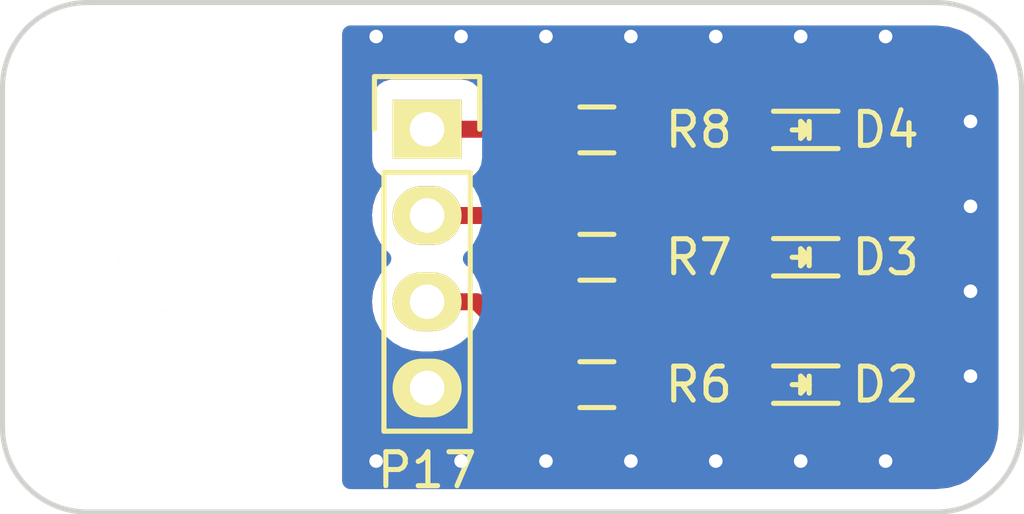
<source format=kicad_pcb>
(kicad_pcb (version 4) (host pcbnew 4.0.1-stable)

  (general
    (links 157)
    (no_connects 2)
    (area 108.924999 39.924999 139.075001 55.075001)
    (thickness 1.6)
    (drawings 8)
    (tracks 47)
    (zones 0)
    (modules 8)
    (nets 8)
  )

  (page A4)
  (layers
    (0 F.Cu signal)
    (31 B.Cu signal)
    (32 B.Adhes user)
    (33 F.Adhes user)
    (34 B.Paste user)
    (35 F.Paste user)
    (36 B.SilkS user)
    (37 F.SilkS user)
    (38 B.Mask user)
    (39 F.Mask user)
    (40 Dwgs.User user)
    (41 Cmts.User user)
    (42 Eco1.User user)
    (43 Eco2.User user)
    (44 Edge.Cuts user)
    (45 Margin user)
    (46 B.CrtYd user)
    (47 F.CrtYd user)
    (48 B.Fab user)
    (49 F.Fab user)
  )

  (setup
    (last_trace_width 0.25)
    (user_trace_width 1)
    (trace_clearance 0.2)
    (zone_clearance 0.6)
    (zone_45_only no)
    (trace_min 0.2)
    (segment_width 0.2)
    (edge_width 0.15)
    (via_size 0.6)
    (via_drill 0.4)
    (via_min_size 0.4)
    (via_min_drill 0.3)
    (uvia_size 0.3)
    (uvia_drill 0.1)
    (uvias_allowed no)
    (uvia_min_size 0.2)
    (uvia_min_drill 0.1)
    (pcb_text_width 0.3)
    (pcb_text_size 1.5 1.5)
    (mod_edge_width 0.15)
    (mod_text_size 1 1)
    (mod_text_width 0.15)
    (pad_size 0.70104 2.5019)
    (pad_drill 0)
    (pad_to_mask_clearance 0.2)
    (aux_axis_origin 109 55)
    (grid_origin 109 55)
    (visible_elements 7FFFFFFF)
    (pcbplotparams
      (layerselection 0x010f0_80000001)
      (usegerberextensions true)
      (excludeedgelayer true)
      (linewidth 0.100000)
      (plotframeref false)
      (viasonmask false)
      (mode 1)
      (useauxorigin true)
      (hpglpennumber 1)
      (hpglpenspeed 20)
      (hpglpendiameter 15)
      (hpglpenoverlay 2)
      (psnegative false)
      (psa4output false)
      (plotreference false)
      (plotvalue false)
      (plotinvisibletext false)
      (padsonsilk false)
      (subtractmaskfromsilk false)
      (outputformat 1)
      (mirror false)
      (drillshape 0)
      (scaleselection 1)
      (outputdirectory Gerber_LEDBoard))
  )

  (net 0 "")
  (net 1 "Net-(D2-Pad2)")
  (net 2 "Net-(D2-Pad1)")
  (net 3 "Net-(D3-Pad2)")
  (net 4 "Net-(D4-Pad2)")
  (net 5 "Net-(P17-Pad1)")
  (net 6 "Net-(P17-Pad2)")
  (net 7 "Net-(P17-Pad3)")

  (net_class Default "これは標準のネット クラスです。"
    (clearance 0.2)
    (trace_width 0.25)
    (via_dia 0.6)
    (via_drill 0.4)
    (uvia_dia 0.3)
    (uvia_drill 0.1)
    (add_net +3V3)
    (add_net +5V)
    (add_net /Buzzar)
    (add_net /CS0)
    (add_net /CS1)
    (add_net /HEATERDRIVER2/AC_COMMON)
    (add_net /HEATERDRIVER2/GND_LOGIC)
    (add_net /HEATERDRIVER2/HEATER)
    (add_net /HEATERDRIVER2/SSR_CTRL)
    (add_net /HEATERDRIVER2/VDD_LOGIC)
    (add_net /HEATERDRIVER2/ZC_OUT_A)
    (add_net /HEATERDRIVER2/ZC_OUT_B)
    (add_net /LedBlue)
    (add_net /LedGreen)
    (add_net /LedRed)
    (add_net /MISO)
    (add_net /SCK)
    (add_net /SSRCtrl0)
    (add_net /SSRCtrl1)
    (add_net /ZeroCross0)
    (add_net /ZeroCross1)
    (add_net GND)
    (add_net "Net-(CON1-Pad1)")
    (add_net "Net-(CON1-Pad3)")
    (add_net "Net-(D1-Pad1)")
    (add_net "Net-(D2-Pad1)")
    (add_net "Net-(D2-Pad2)")
    (add_net "Net-(D3-Pad2)")
    (add_net "Net-(D4-Pad2)")
    (add_net "Net-(D6-Pad1)")
    (add_net "Net-(D6-Pad2)")
    (add_net "Net-(F2-Pad1)")
    (add_net "Net-(F2-Pad2)")
    (add_net "Net-(P1-Pad1)")
    (add_net "Net-(P1-Pad3)")
    (add_net "Net-(P1-Pad4)")
    (add_net "Net-(P1-Pad5)")
    (add_net "Net-(P12-Pad2)")
    (add_net "Net-(P17-Pad1)")
    (add_net "Net-(P17-Pad2)")
    (add_net "Net-(P17-Pad3)")
    (add_net "Net-(P2-Pad1)")
    (add_net "Net-(P2-Pad2)")
    (add_net "Net-(P2-Pad3)")
    (add_net "Net-(P2-Pad4)")
    (add_net "Net-(P2-Pad5)")
    (add_net "Net-(P2-Pad6)")
    (add_net "Net-(P2-Pad7)")
    (add_net "Net-(P22-Pad1)")
    (add_net "Net-(P3-Pad1)")
    (add_net "Net-(P3-Pad2)")
    (add_net "Net-(P4-Pad1)")
    (add_net "Net-(P4-Pad2)")
    (add_net "Net-(P4-Pad3)")
    (add_net "Net-(P4-Pad4)")
    (add_net "Net-(P4-Pad5)")
    (add_net "Net-(P4-Pad6)")
    (add_net "Net-(P4-Pad7)")
    (add_net "Net-(P4-Pad8)")
    (add_net "Net-(P5-Pad1)")
    (add_net "Net-(P5-Pad2)")
    (add_net "Net-(P6-Pad+)")
    (add_net "Net-(P6-Pad-)")
    (add_net "Net-(P7-Pad+)")
    (add_net "Net-(P7-Pad-)")
    (add_net "Net-(P8-Pad4)")
    (add_net "Net-(P9-Pad4)")
    (add_net "Net-(Q1-Pad1)")
    (add_net "Net-(Q3-Pad1)")
    (add_net "Net-(R1-Pad2)")
    (add_net "Net-(R21-Pad2)")
    (add_net "Net-(R22-Pad2)")
    (add_net "Net-(U1-Pad0.4)")
    (add_net "Net-(U1-Pad0.5)")
    (add_net "Net-(U1-Pad1.4)")
    (add_net "Net-(U1-PadVDDA)")
    (add_net "Net-(U1-PadVREF)")
    (add_net "Net-(U2-Pad8)")
    (add_net "Net-(U3-Pad8)")
    (add_net "Net-(U4-Pad3)")
  )

  (module Mounting_Holes:MountingHole_3.2mm_M3 (layer F.Cu) (tedit 57A61006) (tstamp 57A8B38D)
    (at 114 47.5 90)
    (descr "Mounting Hole 3.2mm, no annular, M3")
    (tags "mounting hole 3.2mm no annular m3")
    (fp_text reference REF** (at 0 0 90) (layer F.SilkS) hide
      (effects (font (size 1 1) (thickness 0.15)))
    )
    (fp_text value MountingHole_3.2mm_M3 (at 0 0 90) (layer F.Fab) hide
      (effects (font (size 1 1) (thickness 0.15)))
    )
    (fp_circle (center 0 0) (end 3.2 0) (layer Cmts.User) (width 0.15))
    (fp_circle (center 0 0) (end 3.45 0) (layer F.CrtYd) (width 0.05))
    (pad 1 np_thru_hole circle (at 0 0 90) (size 3.2 3.2) (drill 3.2) (layers *.Cu *.Mask F.SilkS))
  )

  (module LEDs:LED_0603 (layer F.Cu) (tedit 55BDE255) (tstamp 579F6FD1)
    (at 132.5 51.25 180)
    (descr "LED 0603 smd package")
    (tags "LED led 0603 SMD smd SMT smt smdled SMDLED smtled SMTLED")
    (path /56C12D24)
    (attr smd)
    (fp_text reference D2 (at -2.5 0 180) (layer F.SilkS)
      (effects (font (size 1 1) (thickness 0.15)))
    )
    (fp_text value BLUE (at 0 0 180) (layer F.Fab)
      (effects (font (size 1 1) (thickness 0.15)))
    )
    (fp_line (start -1.1 0.55) (end 0.8 0.55) (layer F.SilkS) (width 0.15))
    (fp_line (start -1.1 -0.55) (end 0.8 -0.55) (layer F.SilkS) (width 0.15))
    (fp_line (start -0.2 0) (end 0.25 0) (layer F.SilkS) (width 0.15))
    (fp_line (start -0.25 -0.25) (end -0.25 0.25) (layer F.SilkS) (width 0.15))
    (fp_line (start -0.25 0) (end 0 -0.25) (layer F.SilkS) (width 0.15))
    (fp_line (start 0 -0.25) (end 0 0.25) (layer F.SilkS) (width 0.15))
    (fp_line (start 0 0.25) (end -0.25 0) (layer F.SilkS) (width 0.15))
    (fp_line (start 1.4 -0.75) (end 1.4 0.75) (layer F.CrtYd) (width 0.05))
    (fp_line (start 1.4 0.75) (end -1.4 0.75) (layer F.CrtYd) (width 0.05))
    (fp_line (start -1.4 0.75) (end -1.4 -0.75) (layer F.CrtYd) (width 0.05))
    (fp_line (start -1.4 -0.75) (end 1.4 -0.75) (layer F.CrtYd) (width 0.05))
    (pad 2 smd rect (at 0.7493 0) (size 0.79756 0.79756) (layers F.Cu F.Paste F.Mask)
      (net 1 "Net-(D2-Pad2)"))
    (pad 1 smd rect (at -0.7493 0) (size 0.79756 0.79756) (layers F.Cu F.Paste F.Mask)
      (net 2 "Net-(D2-Pad1)"))
    (model LEDs.3dshapes/LED_0603.wrl
      (at (xyz 0 0 0))
      (scale (xyz 1 1 1))
      (rotate (xyz 0 0 180))
    )
  )

  (module LEDs:LED_0603 (layer F.Cu) (tedit 55BDE255) (tstamp 579F6FE2)
    (at 132.5 47.5 180)
    (descr "LED 0603 smd package")
    (tags "LED led 0603 SMD smd SMT smt smdled SMDLED smtled SMTLED")
    (path /56C12E83)
    (attr smd)
    (fp_text reference D3 (at -2.5 0 180) (layer F.SilkS)
      (effects (font (size 1 1) (thickness 0.15)))
    )
    (fp_text value RED (at 0 0 180) (layer F.Fab)
      (effects (font (size 1 1) (thickness 0.15)))
    )
    (fp_line (start -1.1 0.55) (end 0.8 0.55) (layer F.SilkS) (width 0.15))
    (fp_line (start -1.1 -0.55) (end 0.8 -0.55) (layer F.SilkS) (width 0.15))
    (fp_line (start -0.2 0) (end 0.25 0) (layer F.SilkS) (width 0.15))
    (fp_line (start -0.25 -0.25) (end -0.25 0.25) (layer F.SilkS) (width 0.15))
    (fp_line (start -0.25 0) (end 0 -0.25) (layer F.SilkS) (width 0.15))
    (fp_line (start 0 -0.25) (end 0 0.25) (layer F.SilkS) (width 0.15))
    (fp_line (start 0 0.25) (end -0.25 0) (layer F.SilkS) (width 0.15))
    (fp_line (start 1.4 -0.75) (end 1.4 0.75) (layer F.CrtYd) (width 0.05))
    (fp_line (start 1.4 0.75) (end -1.4 0.75) (layer F.CrtYd) (width 0.05))
    (fp_line (start -1.4 0.75) (end -1.4 -0.75) (layer F.CrtYd) (width 0.05))
    (fp_line (start -1.4 -0.75) (end 1.4 -0.75) (layer F.CrtYd) (width 0.05))
    (pad 2 smd rect (at 0.7493 0) (size 0.79756 0.79756) (layers F.Cu F.Paste F.Mask)
      (net 3 "Net-(D3-Pad2)"))
    (pad 1 smd rect (at -0.7493 0) (size 0.79756 0.79756) (layers F.Cu F.Paste F.Mask)
      (net 2 "Net-(D2-Pad1)"))
    (model LEDs.3dshapes/LED_0603.wrl
      (at (xyz 0 0 0))
      (scale (xyz 1 1 1))
      (rotate (xyz 0 0 180))
    )
  )

  (module LEDs:LED_0603 (layer F.Cu) (tedit 55BDE255) (tstamp 579F6FF3)
    (at 132.5 43.75 180)
    (descr "LED 0603 smd package")
    (tags "LED led 0603 SMD smd SMT smt smdled SMDLED smtled SMTLED")
    (path /56C00D84)
    (attr smd)
    (fp_text reference D4 (at -2.5 0 180) (layer F.SilkS)
      (effects (font (size 1 1) (thickness 0.15)))
    )
    (fp_text value GREEN (at 0 0 180) (layer F.Fab)
      (effects (font (size 1 1) (thickness 0.15)))
    )
    (fp_line (start -1.1 0.55) (end 0.8 0.55) (layer F.SilkS) (width 0.15))
    (fp_line (start -1.1 -0.55) (end 0.8 -0.55) (layer F.SilkS) (width 0.15))
    (fp_line (start -0.2 0) (end 0.25 0) (layer F.SilkS) (width 0.15))
    (fp_line (start -0.25 -0.25) (end -0.25 0.25) (layer F.SilkS) (width 0.15))
    (fp_line (start -0.25 0) (end 0 -0.25) (layer F.SilkS) (width 0.15))
    (fp_line (start 0 -0.25) (end 0 0.25) (layer F.SilkS) (width 0.15))
    (fp_line (start 0 0.25) (end -0.25 0) (layer F.SilkS) (width 0.15))
    (fp_line (start 1.4 -0.75) (end 1.4 0.75) (layer F.CrtYd) (width 0.05))
    (fp_line (start 1.4 0.75) (end -1.4 0.75) (layer F.CrtYd) (width 0.05))
    (fp_line (start -1.4 0.75) (end -1.4 -0.75) (layer F.CrtYd) (width 0.05))
    (fp_line (start -1.4 -0.75) (end 1.4 -0.75) (layer F.CrtYd) (width 0.05))
    (pad 2 smd rect (at 0.7493 0) (size 0.79756 0.79756) (layers F.Cu F.Paste F.Mask)
      (net 4 "Net-(D4-Pad2)"))
    (pad 1 smd rect (at -0.7493 0) (size 0.79756 0.79756) (layers F.Cu F.Paste F.Mask)
      (net 2 "Net-(D2-Pad1)"))
    (model LEDs.3dshapes/LED_0603.wrl
      (at (xyz 0 0 0))
      (scale (xyz 1 1 1))
      (rotate (xyz 0 0 180))
    )
  )

  (module Pin_Headers:Pin_Header_Straight_1x04 (layer F.Cu) (tedit 0) (tstamp 579F7141)
    (at 121.5 43.73)
    (descr "Through hole pin header")
    (tags "pin header")
    (path /56C130B6)
    (fp_text reference P17 (at 0 10.04) (layer F.SilkS)
      (effects (font (size 1 1) (thickness 0.15)))
    )
    (fp_text value CONN_01X04 (at 0 3.54 90) (layer F.Fab)
      (effects (font (size 1 1) (thickness 0.15)))
    )
    (fp_line (start -1.75 -1.75) (end -1.75 9.4) (layer F.CrtYd) (width 0.05))
    (fp_line (start 1.75 -1.75) (end 1.75 9.4) (layer F.CrtYd) (width 0.05))
    (fp_line (start -1.75 -1.75) (end 1.75 -1.75) (layer F.CrtYd) (width 0.05))
    (fp_line (start -1.75 9.4) (end 1.75 9.4) (layer F.CrtYd) (width 0.05))
    (fp_line (start -1.27 1.27) (end -1.27 8.89) (layer F.SilkS) (width 0.15))
    (fp_line (start 1.27 1.27) (end 1.27 8.89) (layer F.SilkS) (width 0.15))
    (fp_line (start 1.55 -1.55) (end 1.55 0) (layer F.SilkS) (width 0.15))
    (fp_line (start -1.27 8.89) (end 1.27 8.89) (layer F.SilkS) (width 0.15))
    (fp_line (start 1.27 1.27) (end -1.27 1.27) (layer F.SilkS) (width 0.15))
    (fp_line (start -1.55 0) (end -1.55 -1.55) (layer F.SilkS) (width 0.15))
    (fp_line (start -1.55 -1.55) (end 1.55 -1.55) (layer F.SilkS) (width 0.15))
    (pad 1 thru_hole rect (at 0 0) (size 2.032 1.7272) (drill 1.016) (layers *.Cu *.Mask F.SilkS)
      (net 5 "Net-(P17-Pad1)"))
    (pad 2 thru_hole oval (at 0 2.54) (size 2.032 1.7272) (drill 1.016) (layers *.Cu *.Mask F.SilkS)
      (net 6 "Net-(P17-Pad2)"))
    (pad 3 thru_hole oval (at 0 5.08) (size 2.032 1.7272) (drill 1.016) (layers *.Cu *.Mask F.SilkS)
      (net 7 "Net-(P17-Pad3)"))
    (pad 4 thru_hole oval (at 0 7.62) (size 2.032 1.7272) (drill 1.016) (layers *.Cu *.Mask F.SilkS)
      (net 2 "Net-(D2-Pad1)"))
    (model Pin_Headers.3dshapes/Pin_Header_Straight_1x04.wrl
      (at (xyz 0 -0.15 0))
      (scale (xyz 1 1 1))
      (rotate (xyz 0 0 90))
    )
  )

  (module Resistors_SMD:R_0603_HandSoldering (layer F.Cu) (tedit 5418A00F) (tstamp 579F71D6)
    (at 126.5 51.25)
    (descr "Resistor SMD 0603, hand soldering")
    (tags "resistor 0603")
    (path /56C12C46)
    (attr smd)
    (fp_text reference R6 (at 3 0) (layer F.SilkS)
      (effects (font (size 1 1) (thickness 0.15)))
    )
    (fp_text value 100 (at 0 0) (layer F.Fab)
      (effects (font (size 1 1) (thickness 0.15)))
    )
    (fp_line (start -2 -0.8) (end 2 -0.8) (layer F.CrtYd) (width 0.05))
    (fp_line (start -2 0.8) (end 2 0.8) (layer F.CrtYd) (width 0.05))
    (fp_line (start -2 -0.8) (end -2 0.8) (layer F.CrtYd) (width 0.05))
    (fp_line (start 2 -0.8) (end 2 0.8) (layer F.CrtYd) (width 0.05))
    (fp_line (start 0.5 0.675) (end -0.5 0.675) (layer F.SilkS) (width 0.15))
    (fp_line (start -0.5 -0.675) (end 0.5 -0.675) (layer F.SilkS) (width 0.15))
    (pad 1 smd rect (at -1.1 0) (size 1.2 0.9) (layers F.Cu F.Paste F.Mask)
      (net 7 "Net-(P17-Pad3)"))
    (pad 2 smd rect (at 1.1 0) (size 1.2 0.9) (layers F.Cu F.Paste F.Mask)
      (net 1 "Net-(D2-Pad2)"))
    (model Resistors_SMD.3dshapes/R_0603_HandSoldering.wrl
      (at (xyz 0 0 0))
      (scale (xyz 1 1 1))
      (rotate (xyz 0 0 0))
    )
  )

  (module Resistors_SMD:R_0603_HandSoldering (layer F.Cu) (tedit 5418A00F) (tstamp 579F71E2)
    (at 126.5 47.5)
    (descr "Resistor SMD 0603, hand soldering")
    (tags "resistor 0603")
    (path /56C12E89)
    (attr smd)
    (fp_text reference R7 (at 3 0) (layer F.SilkS)
      (effects (font (size 1 1) (thickness 0.15)))
    )
    (fp_text value 470 (at 0 1.9) (layer F.Fab)
      (effects (font (size 1 1) (thickness 0.15)))
    )
    (fp_line (start -2 -0.8) (end 2 -0.8) (layer F.CrtYd) (width 0.05))
    (fp_line (start -2 0.8) (end 2 0.8) (layer F.CrtYd) (width 0.05))
    (fp_line (start -2 -0.8) (end -2 0.8) (layer F.CrtYd) (width 0.05))
    (fp_line (start 2 -0.8) (end 2 0.8) (layer F.CrtYd) (width 0.05))
    (fp_line (start 0.5 0.675) (end -0.5 0.675) (layer F.SilkS) (width 0.15))
    (fp_line (start -0.5 -0.675) (end 0.5 -0.675) (layer F.SilkS) (width 0.15))
    (pad 1 smd rect (at -1.1 0) (size 1.2 0.9) (layers F.Cu F.Paste F.Mask)
      (net 6 "Net-(P17-Pad2)"))
    (pad 2 smd rect (at 1.1 0) (size 1.2 0.9) (layers F.Cu F.Paste F.Mask)
      (net 3 "Net-(D3-Pad2)"))
    (model Resistors_SMD.3dshapes/R_0603_HandSoldering.wrl
      (at (xyz 0 0 0))
      (scale (xyz 1 1 1))
      (rotate (xyz 0 0 0))
    )
  )

  (module Resistors_SMD:R_0603_HandSoldering (layer F.Cu) (tedit 5418A00F) (tstamp 579F71EE)
    (at 126.5 43.75)
    (descr "Resistor SMD 0603, hand soldering")
    (tags "resistor 0603")
    (path /56C01521)
    (attr smd)
    (fp_text reference R8 (at 3 0) (layer F.SilkS)
      (effects (font (size 1 1) (thickness 0.15)))
    )
    (fp_text value 200 (at 0 1.9) (layer F.Fab)
      (effects (font (size 1 1) (thickness 0.15)))
    )
    (fp_line (start -2 -0.8) (end 2 -0.8) (layer F.CrtYd) (width 0.05))
    (fp_line (start -2 0.8) (end 2 0.8) (layer F.CrtYd) (width 0.05))
    (fp_line (start -2 -0.8) (end -2 0.8) (layer F.CrtYd) (width 0.05))
    (fp_line (start 2 -0.8) (end 2 0.8) (layer F.CrtYd) (width 0.05))
    (fp_line (start 0.5 0.675) (end -0.5 0.675) (layer F.SilkS) (width 0.15))
    (fp_line (start -0.5 -0.675) (end 0.5 -0.675) (layer F.SilkS) (width 0.15))
    (pad 1 smd rect (at -1.1 0) (size 1.2 0.9) (layers F.Cu F.Paste F.Mask)
      (net 5 "Net-(P17-Pad1)"))
    (pad 2 smd rect (at 1.1 0) (size 1.2 0.9) (layers F.Cu F.Paste F.Mask)
      (net 4 "Net-(D4-Pad2)"))
    (model Resistors_SMD.3dshapes/R_0603_HandSoldering.wrl
      (at (xyz 0 0 0))
      (scale (xyz 1 1 1))
      (rotate (xyz 0 0 0))
    )
  )

  (gr_arc (start 111.5 42.5) (end 109 42.5) (angle 90) (layer Edge.Cuts) (width 0.15))
  (gr_arc (start 111.5 52.5) (end 111.5 55) (angle 90) (layer Edge.Cuts) (width 0.15))
  (gr_arc (start 136.5 42.5) (end 136.5 40) (angle 90) (layer Edge.Cuts) (width 0.15))
  (gr_arc (start 136.5 52.5) (end 139 52.5) (angle 90) (layer Edge.Cuts) (width 0.15))
  (gr_line (start 136.5 55) (end 111.5 55) (layer Edge.Cuts) (width 0.15))
  (gr_line (start 139 42.5) (end 139 52.5) (layer Edge.Cuts) (width 0.15))
  (gr_line (start 111.5 40) (end 136.5 40) (layer Edge.Cuts) (width 0.15))
  (gr_line (start 109 52.5) (end 109 42.5) (layer Edge.Cuts) (width 0.15))

  (segment (start 127.6 51.25) (end 131.7507 51.25) (width 0.5) (layer F.Cu) (net 1))
  (segment (start 137.5 51) (end 135 53.5) (width 0.25) (layer F.Cu) (net 2))
  (segment (start 137.5 43.5) (end 135 41) (width 0.25) (layer F.Cu) (net 2))
  (segment (start 122.5 41) (end 120 41) (width 0.25) (layer B.Cu) (net 2))
  (via (at 120 41) (size 0.6) (drill 0.4) (layers F.Cu B.Cu) (net 2))
  (segment (start 125 41) (end 122.5 41) (width 0.25) (layer F.Cu) (net 2))
  (via (at 122.5 41) (size 0.6) (drill 0.4) (layers F.Cu B.Cu) (net 2))
  (segment (start 127.5 41) (end 125 41) (width 0.25) (layer B.Cu) (net 2))
  (via (at 125 41) (size 0.6) (drill 0.4) (layers F.Cu B.Cu) (net 2))
  (segment (start 130 41) (end 127.5 41) (width 0.25) (layer F.Cu) (net 2))
  (via (at 127.5 41) (size 0.6) (drill 0.4) (layers F.Cu B.Cu) (net 2))
  (segment (start 132.5 41) (end 130 41) (width 0.25) (layer B.Cu) (net 2))
  (via (at 130 41) (size 0.6) (drill 0.4) (layers F.Cu B.Cu) (net 2))
  (segment (start 135 41) (end 132.5 41) (width 0.25) (layer F.Cu) (net 2))
  (via (at 132.5 41) (size 0.6) (drill 0.4) (layers F.Cu B.Cu) (net 2))
  (via (at 135 41) (size 0.6) (drill 0.4) (layers F.Cu B.Cu) (net 2))
  (segment (start 137.5 46) (end 137.5 43.5) (width 0.25) (layer B.Cu) (net 2))
  (via (at 137.5 43.5) (size 0.6) (drill 0.4) (layers F.Cu B.Cu) (net 2))
  (segment (start 137.5 48.5) (end 137.5 46) (width 0.25) (layer F.Cu) (net 2))
  (via (at 137.5 46) (size 0.6) (drill 0.4) (layers F.Cu B.Cu) (net 2))
  (segment (start 137.5 51) (end 137.5 48.5) (width 0.25) (layer B.Cu) (net 2))
  (via (at 137.5 48.5) (size 0.6) (drill 0.4) (layers F.Cu B.Cu) (net 2))
  (via (at 137.5 51) (size 0.6) (drill 0.4) (layers F.Cu B.Cu) (net 2))
  (segment (start 132.5 53.5) (end 135 53.5) (width 0.25) (layer F.Cu) (net 2))
  (via (at 135 53.5) (size 0.6) (drill 0.4) (layers F.Cu B.Cu) (net 2))
  (segment (start 130 53.5) (end 132.5 53.5) (width 0.25) (layer B.Cu) (net 2))
  (via (at 132.5 53.5) (size 0.6) (drill 0.4) (layers F.Cu B.Cu) (net 2))
  (segment (start 127.5 53.5) (end 130 53.5) (width 0.25) (layer F.Cu) (net 2))
  (via (at 130 53.5) (size 0.6) (drill 0.4) (layers F.Cu B.Cu) (net 2))
  (segment (start 125 53.5) (end 127.5 53.5) (width 0.25) (layer B.Cu) (net 2))
  (via (at 127.5 53.5) (size 0.6) (drill 0.4) (layers F.Cu B.Cu) (net 2))
  (segment (start 122.5 53.5) (end 125 53.5) (width 0.25) (layer F.Cu) (net 2))
  (via (at 125 53.5) (size 0.6) (drill 0.4) (layers F.Cu B.Cu) (net 2))
  (segment (start 120 53.5) (end 122.5 53.5) (width 0.25) (layer B.Cu) (net 2))
  (via (at 122.5 53.5) (size 0.6) (drill 0.4) (layers F.Cu B.Cu) (net 2))
  (segment (start 121.5 51.35) (end 121.3476 51.35) (width 0.25) (layer F.Cu) (net 2))
  (segment (start 121.3476 51.35) (end 120 52.6976) (width 0.25) (layer F.Cu) (net 2))
  (segment (start 120 52.6976) (end 120 53.5) (width 0.25) (layer F.Cu) (net 2))
  (via (at 120 53.5) (size 0.6) (drill 0.4) (layers F.Cu B.Cu) (net 2))
  (segment (start 127.6 47.5) (end 131.7507 47.5) (width 0.5) (layer F.Cu) (net 3))
  (segment (start 127.6 43.75) (end 131.7507 43.75) (width 0.5) (layer F.Cu) (net 4))
  (segment (start 121.5 43.73) (end 125.38 43.73) (width 0.5) (layer F.Cu) (net 5))
  (segment (start 125.38 43.73) (end 125.4 43.75) (width 0.5) (layer F.Cu) (net 5))
  (segment (start 121.5 46.27) (end 124.17 46.27) (width 0.5) (layer F.Cu) (net 6))
  (segment (start 124.17 46.27) (end 125.4 47.5) (width 0.5) (layer F.Cu) (net 6))
  (segment (start 121.5 48.81) (end 122.96 48.81) (width 0.5) (layer F.Cu) (net 7))
  (segment (start 122.96 48.81) (end 125.4 51.25) (width 0.5) (layer F.Cu) (net 7))

  (zone (net 2) (net_name "Net-(D2-Pad1)") (layer F.Cu) (tstamp 0) (hatch edge 0.508)
    (connect_pads yes (clearance 0.6))
    (min_thickness 0.5)
    (fill yes (arc_segments 32) (thermal_gap 0.5) (thermal_bridge_width 0.6) (smoothing fillet) (radius 0.5))
    (polygon
      (pts
        (xy 119 55) (xy 119 40) (xy 136.5 40) (xy 139 42.5) (xy 139 52.5)
        (xy 136.5 55)
      )
    )
    (filled_polygon
      (pts
        (xy 136.805058 40.959347) (xy 137.098492 41.04794) (xy 137.303266 41.15682) (xy 137.841916 41.69547) (xy 137.947844 41.89138)
        (xy 138.038485 42.184194) (xy 138.075 42.531607) (xy 138.075 52.454764) (xy 138.040654 52.805055) (xy 137.952059 53.098494)
        (xy 137.84318 53.303266) (xy 137.304531 53.841915) (xy 137.108619 53.947845) (xy 136.815805 54.038486) (xy 136.468393 54.075)
        (xy 119.25 54.075) (xy 119.25 46.258037) (xy 119.625013 46.258037) (xy 119.655324 46.591097) (xy 119.749749 46.911926)
        (xy 119.904692 47.208304) (xy 119.95 47.264656) (xy 119.95 47.813004) (xy 119.917932 47.851767) (xy 119.758866 48.145953)
        (xy 119.659971 48.465433) (xy 119.625013 48.798037) (xy 119.655324 49.131097) (xy 119.749749 49.451926) (xy 119.904692 49.748304)
        (xy 119.960368 49.817551) (xy 119.960811 49.822048) (xy 119.970372 49.870116) (xy 119.998825 49.963913) (xy 120.01758 50.009192)
        (xy 120.063785 50.095635) (xy 120.091013 50.136385) (xy 120.153195 50.212153) (xy 120.187847 50.246805) (xy 120.263615 50.308987)
        (xy 120.304365 50.336215) (xy 120.390808 50.38242) (xy 120.436087 50.401175) (xy 120.529884 50.429628) (xy 120.577952 50.439189)
        (xy 120.675497 50.448796) (xy 120.7 50.45) (xy 120.868323 50.45) (xy 120.982294 50.486154) (xy 121.314645 50.523433)
        (xy 121.338571 50.5236) (xy 121.661429 50.5236) (xy 121.994269 50.490965) (xy 122.129951 50.45) (xy 122.3 50.45)
        (xy 122.324503 50.448796) (xy 122.422048 50.439189) (xy 122.470116 50.429628) (xy 122.563913 50.401175) (xy 122.609192 50.38242)
        (xy 122.695635 50.336215) (xy 122.736385 50.308987) (xy 122.812153 50.246805) (xy 122.826662 50.232296) (xy 123.945888 51.351523)
        (xy 123.945888 51.7) (xy 123.956682 51.835359) (xy 124.02778 52.064943) (xy 124.160023 52.26563) (xy 124.342941 52.421529)
        (xy 124.56205 52.520297) (xy 124.8 52.554112) (xy 126 52.554112) (xy 126.135359 52.543318) (xy 126.364943 52.47222)
        (xy 126.498871 52.383968) (xy 126.542941 52.421529) (xy 126.76205 52.520297) (xy 127 52.554112) (xy 128.2 52.554112)
        (xy 128.335359 52.543318) (xy 128.564943 52.47222) (xy 128.750419 52.35) (xy 130.871032 52.35) (xy 130.894861 52.370309)
        (xy 131.11397 52.469077) (xy 131.35192 52.502892) (xy 132.14948 52.502892) (xy 132.284839 52.492098) (xy 132.514423 52.421)
        (xy 132.71511 52.288757) (xy 132.871009 52.105839) (xy 132.969777 51.88673) (xy 132.980208 51.813331) (xy 132.98242 51.809192)
        (xy 133.001175 51.763913) (xy 133.029628 51.670116) (xy 133.039189 51.622048) (xy 133.048796 51.524503) (xy 133.05 51.5)
        (xy 133.05 43.5) (xy 133.048796 43.475497) (xy 133.039189 43.377952) (xy 133.029628 43.329884) (xy 133.001175 43.236087)
        (xy 132.992798 43.215863) (xy 132.992798 43.215861) (xy 132.9217 42.986277) (xy 132.789457 42.78559) (xy 132.606539 42.629691)
        (xy 132.38743 42.530923) (xy 132.14948 42.497108) (xy 131.35192 42.497108) (xy 131.216561 42.507902) (xy 130.986977 42.579)
        (xy 130.87923 42.65) (xy 128.740985 42.65) (xy 128.657059 42.578471) (xy 128.43795 42.479703) (xy 128.2 42.445888)
        (xy 127 42.445888) (xy 126.864641 42.456682) (xy 126.635057 42.52778) (xy 126.501129 42.616032) (xy 126.457059 42.578471)
        (xy 126.23795 42.479703) (xy 126 42.445888) (xy 124.8 42.445888) (xy 124.664641 42.456682) (xy 124.435057 42.52778)
        (xy 124.279932 42.63) (xy 123.328027 42.63) (xy 123.28822 42.501457) (xy 123.155977 42.30077) (xy 122.973059 42.144871)
        (xy 122.75395 42.046103) (xy 122.516 42.012288) (xy 120.484 42.012288) (xy 120.348641 42.023082) (xy 120.119057 42.09418)
        (xy 119.91837 42.226423) (xy 119.762471 42.409341) (xy 119.663703 42.62845) (xy 119.629888 42.8664) (xy 119.629888 44.5936)
        (xy 119.640682 44.728959) (xy 119.71178 44.958543) (xy 119.844023 45.15923) (xy 119.95 45.249553) (xy 119.95 45.273004)
        (xy 119.917932 45.311767) (xy 119.758866 45.605953) (xy 119.659971 45.925433) (xy 119.625013 46.258037) (xy 119.25 46.258037)
        (xy 119.25 40.925) (xy 136.454764 40.925)
      )
    )
  )
  (zone (net 2) (net_name "Net-(D2-Pad1)") (layer B.Cu) (tstamp 0) (hatch edge 0.508)
    (connect_pads yes (clearance 0.6))
    (min_thickness 0.5)
    (fill yes (arc_segments 32) (thermal_gap 0.6) (thermal_bridge_width 0.6) (smoothing fillet) (radius 0.5))
    (polygon
      (pts
        (xy 119 55) (xy 119 40) (xy 136.5 40) (xy 139 42.5) (xy 139 52.5)
        (xy 136.5 55)
      )
    )
    (filled_polygon
      (pts
        (xy 136.805058 40.959347) (xy 137.098492 41.04794) (xy 137.303266 41.15682) (xy 137.841916 41.69547) (xy 137.947844 41.89138)
        (xy 138.038485 42.184194) (xy 138.075 42.531607) (xy 138.075 52.454764) (xy 138.040654 52.805055) (xy 137.952059 53.098494)
        (xy 137.84318 53.303266) (xy 137.304531 53.841915) (xy 137.108619 53.947845) (xy 136.815805 54.038486) (xy 136.468393 54.075)
        (xy 119.25 54.075) (xy 119.25 46.258037) (xy 119.625013 46.258037) (xy 119.655324 46.591097) (xy 119.749749 46.911926)
        (xy 119.904692 47.208304) (xy 120.114251 47.468943) (xy 120.198187 47.539373) (xy 120.13111 47.59408) (xy 119.917932 47.851767)
        (xy 119.758866 48.145953) (xy 119.659971 48.465433) (xy 119.625013 48.798037) (xy 119.655324 49.131097) (xy 119.749749 49.451926)
        (xy 119.904692 49.748304) (xy 120.114251 50.008943) (xy 120.370444 50.223914) (xy 120.663512 50.38503) (xy 120.982294 50.486154)
        (xy 121.314645 50.523433) (xy 121.338571 50.5236) (xy 121.661429 50.5236) (xy 121.994269 50.490965) (xy 122.314431 50.394302)
        (xy 122.609721 50.237294) (xy 122.86889 50.02592) (xy 123.082068 49.768233) (xy 123.241134 49.474047) (xy 123.340029 49.154567)
        (xy 123.374987 48.821963) (xy 123.344676 48.488903) (xy 123.250251 48.168074) (xy 123.095308 47.871696) (xy 122.885749 47.611057)
        (xy 122.801813 47.540627) (xy 122.86889 47.48592) (xy 123.082068 47.228233) (xy 123.241134 46.934047) (xy 123.340029 46.614567)
        (xy 123.374987 46.281963) (xy 123.344676 45.948903) (xy 123.250251 45.628074) (xy 123.095308 45.331696) (xy 123.039003 45.261666)
        (xy 123.08163 45.233577) (xy 123.237529 45.050659) (xy 123.336297 44.83155) (xy 123.370112 44.5936) (xy 123.370112 42.8664)
        (xy 123.359318 42.731041) (xy 123.28822 42.501457) (xy 123.155977 42.30077) (xy 122.973059 42.144871) (xy 122.75395 42.046103)
        (xy 122.516 42.012288) (xy 120.484 42.012288) (xy 120.348641 42.023082) (xy 120.119057 42.09418) (xy 119.91837 42.226423)
        (xy 119.762471 42.409341) (xy 119.663703 42.62845) (xy 119.629888 42.8664) (xy 119.629888 44.5936) (xy 119.640682 44.728959)
        (xy 119.71178 44.958543) (xy 119.844023 45.15923) (xy 119.961378 45.25925) (xy 119.917932 45.311767) (xy 119.758866 45.605953)
        (xy 119.659971 45.925433) (xy 119.625013 46.258037) (xy 119.25 46.258037) (xy 119.25 40.925) (xy 136.454764 40.925)
      )
    )
  )
  (zone (net 0) (net_name "") (layer F.Cu) (tstamp 0) (hatch edge 0.508)
    (connect_pads (clearance 0.6))
    (min_thickness 0.5)
    (keepout (tracks allowed) (vias allowed) (copperpour not_allowed))
    (fill yes (arc_segments 32) (thermal_gap 0.5) (thermal_bridge_width 0.6) (smoothing fillet) (radius 0.5))
    (polygon
      (pts
        (xy 131 52) (xy 131 43) (xy 132.8 43) (xy 132.8 52)
      )
    )
  )
  (zone (net 0) (net_name "") (layer F.Cu) (tstamp 0) (hatch edge 0.508)
    (connect_pads (clearance 0.6))
    (min_thickness 0.5)
    (keepout (tracks allowed) (vias allowed) (copperpour not_allowed))
    (fill yes (arc_segments 32) (thermal_gap 0.5) (thermal_bridge_width 0.6) (smoothing fillet) (radius 0.5))
    (polygon
      (pts
        (xy 120.2 50.2) (xy 122.8 50.2) (xy 122.8 42.4) (xy 120.2 42.4)
      )
    )
  )
)

</source>
